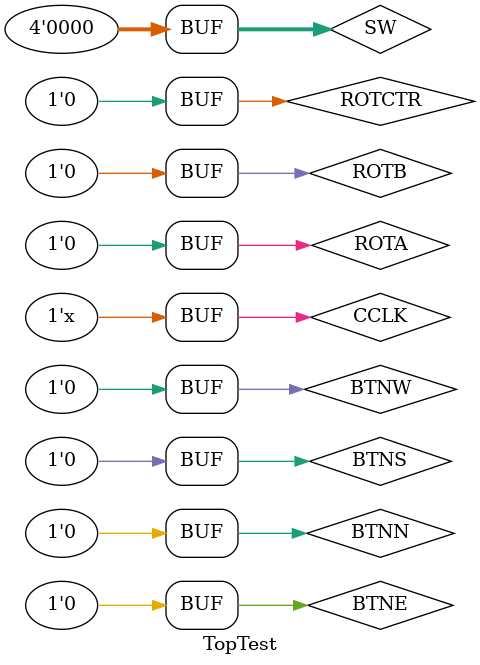
<source format=v>
`timescale 1ns / 1ps


module TopTest;

	// Inputs
	reg CCLK;
	reg [3:0] SW;
	reg BTNN;
	reg BTNE;
	reg BTNS;
	reg BTNW;
	reg ROTA;
	reg ROTB;
	reg ROTCTR;

	// Outputs
	wire [7:0] LED;
	wire LCDE;
	wire LCDRS;
	wire LCDRW;
	wire [3:0] LCDDAT;

	// Instantiate the Unit Under Test (UUT)
	mips_top uut (
		.CCLK(CCLK), 
		.SW(SW), 
		.BTNN(BTNN), 
		.BTNE(BTNE), 
		.BTNS(BTNS), 
		.BTNW(BTNW), 
		.ROTA(ROTA), 
		.ROTB(ROTB), 
		.ROTCTR(ROTCTR), 
		.LED(LED), 
		.LCDE(LCDE), 
		.LCDRS(LCDRS), 
		.LCDRW(LCDRW), 
		.LCDDAT(LCDDAT)
	);

	initial begin
		// Initialize Inputs
		CCLK = 0;
		SW = 0;
		BTNN = 0;
		BTNE = 0;
		BTNS = 0;
		BTNW = 0;
		ROTA = 0;
		ROTB = 0;
		ROTCTR = 0;

		// Wait 100 ns for global reset to finish
		#100;
        
		// Add stimulus here

	end
   always begin
	CCLK=~CCLK;
	#50;
	end
	
	
endmodule


</source>
